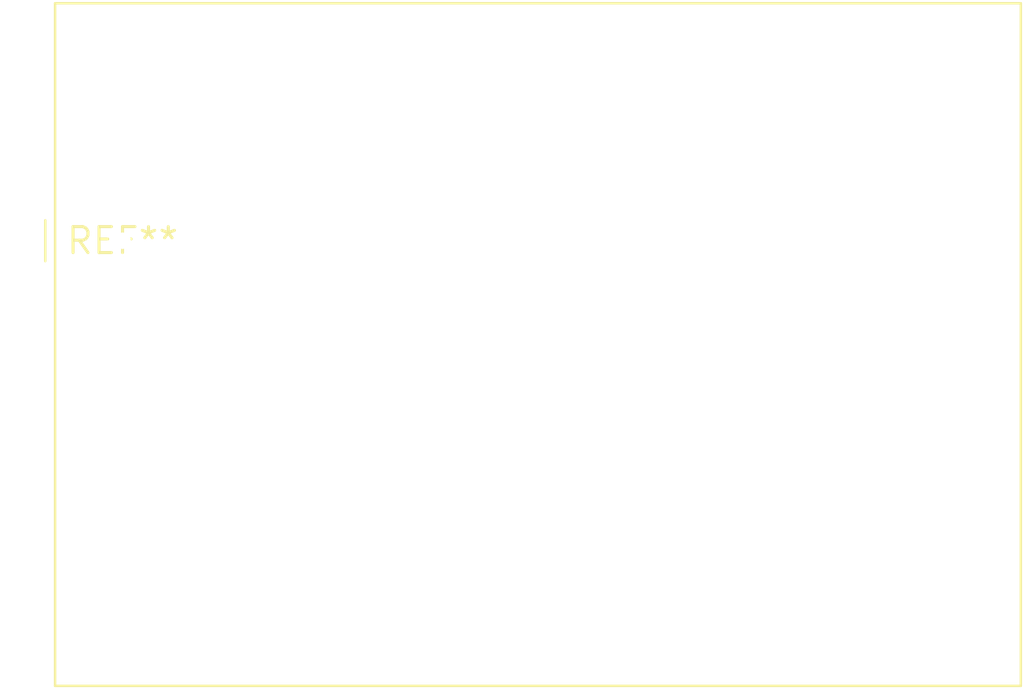
<source format=kicad_pcb>
(kicad_pcb (version 20240108) (generator pcbnew)
  (layers (0 "F.Cu" signal) (31 "B.Cu" signal) (34 "B.Paste" user) (35 "F.Paste" user) (36 "B.SilkS" user "B.Silkscreen") (37 "F.SilkS" user "F.Silkscreen") (38 "B.Mask" user) (39 "F.Mask" user) (44 "Edge.Cuts" user))
  (net 0 "")
  (footprint "SA15-11xxx" (layer "F.Cu") (at 0 0)
    (property "Reference" "REF**")
    (property "Value" "SA15-11xxx")
    (fp_line (start -3.78 -1) (end -3.78 1) (layer "F.SilkS") (stroke (width 0.12)))
    (fp_line (start -3.3 -11.615) (end 43.94 -11.615) (layer "F.SilkS") (stroke (width 0.12)))
    (fp_line (start -3.3 21.775) (end -3.3 -11.615) (layer "F.SilkS") (stroke (width 0.12)))
    (fp_line (start 43.94 -11.615) (end 43.94 21.775) (layer "F.SilkS") (stroke (width 0.12)))
    (fp_line (start 43.94 21.775) (end -3.3 21.775) (layer "F.SilkS") (stroke (width 0.12)))
    (pad "1" thru_hole rect (at 0 0 270) (size 1.5 1.5) (drill 0.8) (layers *.Cu *.Mask) (remove_unused_layers))
    (pad "2" thru_hole circle (at 0 2.54 270) (size 1.5 1.5) (drill 0.8) (layers *.Cu *.Mask) (remove_unused_layers))
    (pad "3" thru_hole circle (at 0 5.08 270) (size 1.5 1.5) (drill 0.8) (layers *.Cu *.Mask) (remove_unused_layers))
    (pad "4" thru_hole circle (at 0 7.62 270) (size 1.5 1.5) (drill 0.8) (layers *.Cu *.Mask) (remove_unused_layers))
    (pad "5" thru_hole circle (at 0 10.16 270) (size 1.5 1.5) (drill 0.8) (layers *.Cu *.Mask) (remove_unused_layers))
    (pad "6" thru_hole circle (at 40.62 10.16 270) (size 1.5 1.5) (drill 0.8) (layers *.Cu *.Mask) (remove_unused_layers))
    (pad "7" thru_hole circle (at 40.62 7.62 270) (size 1.5 1.5) (drill 0.8) (layers *.Cu *.Mask) (remove_unused_layers))
    (pad "8" thru_hole circle (at 40.62 5.08 270) (size 1.5 1.5) (drill 0.8) (layers *.Cu *.Mask) (remove_unused_layers))
    (pad "9" thru_hole circle (at 40.62 2.54 270) (size 1.5 1.5) (drill 0.8) (layers *.Cu *.Mask) (remove_unused_layers))
    (pad "10" thru_hole circle (at 40.62 0 270) (size 1.5 1.5) (drill 0.8) (layers *.Cu *.Mask) (remove_unused_layers))
  )
)
</source>
